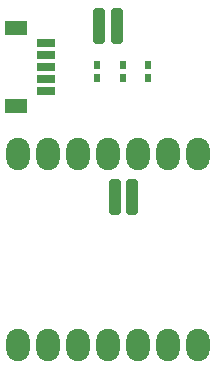
<source format=gbr>
%TF.GenerationSoftware,KiCad,Pcbnew,7.0.9*%
%TF.CreationDate,2024-01-18T21:49:24+01:00*%
%TF.ProjectId,pcb-design,7063622d-6465-4736-9967-6e2e6b696361,rev?*%
%TF.SameCoordinates,Original*%
%TF.FileFunction,Paste,Top*%
%TF.FilePolarity,Positive*%
%FSLAX46Y46*%
G04 Gerber Fmt 4.6, Leading zero omitted, Abs format (unit mm)*
G04 Created by KiCad (PCBNEW 7.0.9) date 2024-01-18 21:49:24*
%MOMM*%
%LPD*%
G01*
G04 APERTURE LIST*
G04 Aperture macros list*
%AMRoundRect*
0 Rectangle with rounded corners*
0 $1 Rounding radius*
0 $2 $3 $4 $5 $6 $7 $8 $9 X,Y pos of 4 corners*
0 Add a 4 corners polygon primitive as box body*
4,1,4,$2,$3,$4,$5,$6,$7,$8,$9,$2,$3,0*
0 Add four circle primitives for the rounded corners*
1,1,$1+$1,$2,$3*
1,1,$1+$1,$4,$5*
1,1,$1+$1,$6,$7*
1,1,$1+$1,$8,$9*
0 Add four rect primitives between the rounded corners*
20,1,$1+$1,$2,$3,$4,$5,0*
20,1,$1+$1,$4,$5,$6,$7,0*
20,1,$1+$1,$6,$7,$8,$9,0*
20,1,$1+$1,$8,$9,$2,$3,0*%
G04 Aperture macros list end*
%ADD10R,1.905000X1.295400*%
%ADD11R,1.549400X0.660400*%
%ADD12RoundRect,0.250000X-0.250000X1.250000X-0.250000X-1.250000X0.250000X-1.250000X0.250000X1.250000X0*%
%ADD13R,0.558800X0.660400*%
%ADD14R,0.508000X0.654800*%
%ADD15RoundRect,1.000000X0.000000X0.375000X0.000000X-0.375000X0.000000X-0.375000X0.000000X0.375000X0*%
G04 APERTURE END LIST*
D10*
%TO.C,J1*%
X141913201Y-121342002D03*
X141913201Y-127941998D03*
D11*
X144383201Y-122641999D03*
X144383201Y-123641999D03*
X144383201Y-124642000D03*
X144383201Y-125642001D03*
X144383201Y-126642001D03*
%TD*%
D12*
%TO.C,U1*%
X150441000Y-121166000D03*
X148941000Y-121166000D03*
%TD*%
D13*
%TO.C,C1*%
X148731600Y-124488800D03*
X148731600Y-125581000D03*
%TD*%
D14*
%TO.C,R1*%
X153087000Y-124486000D03*
X153087000Y-125598000D03*
%TD*%
D15*
%TO.C,U4*%
X157303000Y-132003000D03*
X154763000Y-132003000D03*
X152223000Y-132003000D03*
X149683000Y-132003000D03*
X147143000Y-132003000D03*
X144603000Y-132003000D03*
X142063000Y-132003000D03*
X142063000Y-148168000D03*
X144603000Y-148168000D03*
X147143000Y-148168000D03*
X149683000Y-148168000D03*
X152223000Y-148168000D03*
X154763000Y-148168000D03*
X157303000Y-148168000D03*
D12*
X151723000Y-135638000D03*
X150263000Y-135638000D03*
%TD*%
D14*
%TO.C,R2*%
X150918600Y-124486000D03*
X150918600Y-125598000D03*
%TD*%
M02*

</source>
